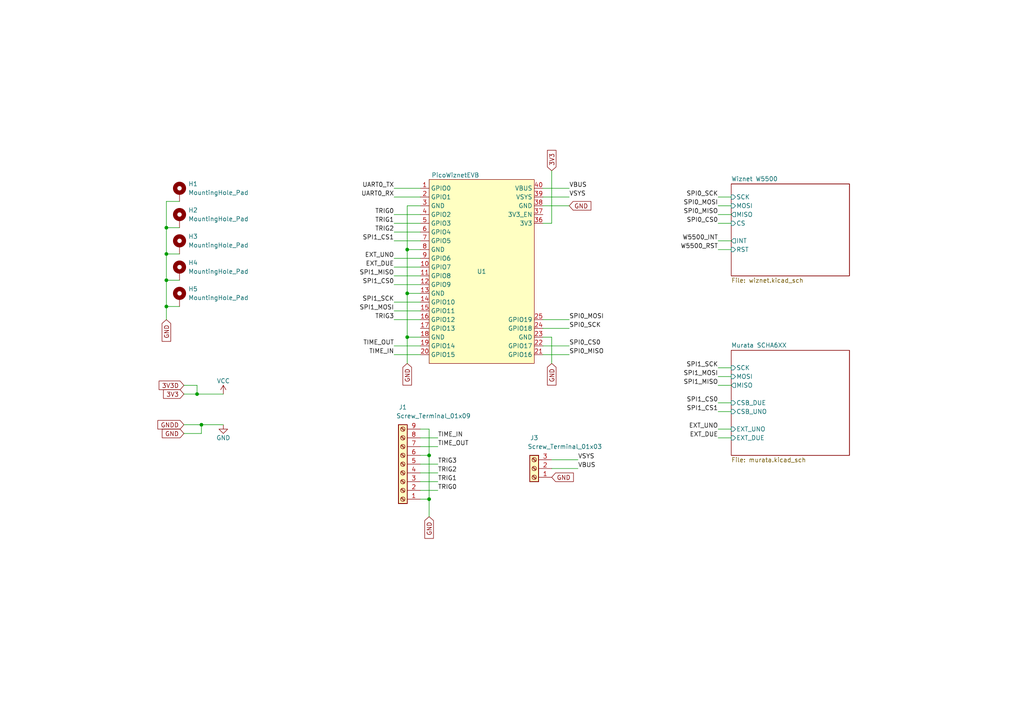
<source format=kicad_sch>
(kicad_sch (version 20211123) (generator eeschema)
  (paper "A4")
  (title_block (title "Pico Extension 1.2") (date "2022-06-27") (rev "A") (company "Tampere University") (comment 1 "Christian Kaarre"))
  (lib_symbols
    (symbol "Connector:Screw_Terminal_01x03" (pin_names (offset 1.016) hide)
      (property "Reference" "J" (at 0 5.08 0))
      (property "Value" "Screw_Terminal_01x03" (at 0 -5.08 0))
      (symbol "Screw_Terminal_01x03_1_1"
        (rectangle (start -1.27 3.81) (end 1.27 -3.81) (stroke (width 0.254)) (fill (type background)))
        (circle (center 0 -2.54) (radius 0.635) (stroke (width 0.1524)))
        (polyline (pts (xy -0.5334 -2.2098) (xy 0.3302 -3.048)) (stroke (width 0.1524)))
        (polyline (pts (xy -0.5334 0.3302) (xy 0.3302 -0.508)) (stroke (width 0.1524)))
        (polyline (pts (xy -0.5334 2.8702) (xy 0.3302 2.032)) (stroke (width 0.1524)))
        (polyline (pts (xy -0.3556 -2.032) (xy 0.508 -2.8702)) (stroke (width 0.1524)))
        (polyline (pts (xy -0.3556 0.508) (xy 0.508 -0.3302)) (stroke (width 0.1524)))
        (polyline (pts (xy -0.3556 3.048) (xy 0.508 2.2098)) (stroke (width 0.1524)))
        (circle (center 0 0) (radius 0.635) (stroke (width 0.1524)))
        (circle (center 0 2.54) (radius 0.635) (stroke (width 0.1524)))
        (pin passive line (at -5.08 2.54 0) (length 3.81) (name "Pin_1") (number "1"))
        (pin passive line (at -5.08 0 0) (length 3.81) (name "Pin_2") (number "2"))
        (pin passive line (at -5.08 -2.54 0) (length 3.81) (name "Pin_3") (number "3"))
      )
    )
    (symbol "Connector:Screw_Terminal_01x09" (pin_names (offset 1.016) hide)
      (property "Reference" "J" (at 0 12.7 0))
      (property "Value" "Screw_Terminal_01x09" (at 0 -12.7 0))
      (symbol "Screw_Terminal_01x09_1_1"
        (rectangle (start -1.27 11.43) (end 1.27 -11.43) (stroke (width 0.254)) (fill (type background)))
        (circle (center 0 -10.16) (radius 0.635) (stroke (width 0.1524)))
        (circle (center 0 -7.62) (radius 0.635) (stroke (width 0.1524)))
        (circle (center 0 -5.08) (radius 0.635) (stroke (width 0.1524)))
        (circle (center 0 -2.54) (radius 0.635) (stroke (width 0.1524)))
        (polyline (pts (xy -0.5334 -9.8298) (xy 0.3302 -10.668)) (stroke (width 0.1524)))
        (polyline (pts (xy -0.5334 -7.2898) (xy 0.3302 -8.128)) (stroke (width 0.1524)))
        (polyline (pts (xy -0.5334 -4.7498) (xy 0.3302 -5.588)) (stroke (width 0.1524)))
        (polyline (pts (xy -0.5334 -2.2098) (xy 0.3302 -3.048)) (stroke (width 0.1524)))
        (polyline (pts (xy -0.5334 0.3302) (xy 0.3302 -0.508)) (stroke (width 0.1524)))
        (polyline (pts (xy -0.5334 2.8702) (xy 0.3302 2.032)) (stroke (width 0.1524)))
        (polyline (pts (xy -0.5334 5.4102) (xy 0.3302 4.572)) (stroke (width 0.1524)))
        (polyline (pts (xy -0.5334 7.9502) (xy 0.3302 7.112)) (stroke (width 0.1524)))
        (polyline (pts (xy -0.5334 10.4902) (xy 0.3302 9.652)) (stroke (width 0.1524)))
        (polyline (pts (xy -0.3556 -9.652) (xy 0.508 -10.4902)) (stroke (width 0.1524)))
        (polyline (pts (xy -0.3556 -7.112) (xy 0.508 -7.9502)) (stroke (width 0.1524)))
        (polyline (pts (xy -0.3556 -4.572) (xy 0.508 -5.4102)) (stroke (width 0.1524)))
        (polyline (pts (xy -0.3556 -2.032) (xy 0.508 -2.8702)) (stroke (width 0.1524)))
        (polyline (pts (xy -0.3556 0.508) (xy 0.508 -0.3302)) (stroke (width 0.1524)))
        (polyline (pts (xy -0.3556 3.048) (xy 0.508 2.2098)) (stroke (width 0.1524)))
        (polyline (pts (xy -0.3556 5.588) (xy 0.508 4.7498)) (stroke (width 0.1524)))
        (polyline (pts (xy -0.3556 8.128) (xy 0.508 7.2898)) (stroke (width 0.1524)))
        (polyline (pts (xy -0.3556 10.668) (xy 0.508 9.8298)) (stroke (width 0.1524)))
        (circle (center 0 0) (radius 0.635) (stroke (width 0.1524)))
        (circle (center 0 2.54) (radius 0.635) (stroke (width 0.1524)))
        (circle (center 0 5.08) (radius 0.635) (stroke (width 0.1524)))
        (circle (center 0 7.62) (radius 0.635) (stroke (width 0.1524)))
        (circle (center 0 10.16) (radius 0.635) (stroke (width 0.1524)))
        (pin passive line (at -5.08 10.16 0) (length 3.81) (name "Pin_1") (number "1"))
        (pin passive line (at -5.08 7.62 0) (length 3.81) (name "Pin_2") (number "2"))
        (pin passive line (at -5.08 5.08 0) (length 3.81) (name "Pin_3") (number "3"))
        (pin passive line (at -5.08 2.54 0) (length 3.81) (name "Pin_4") (number "4"))
        (pin passive line (at -5.08 0 0) (length 3.81) (name "Pin_5") (number "5"))
        (pin passive line (at -5.08 -2.54 0) (length 3.81) (name "Pin_6") (number "6"))
        (pin passive line (at -5.08 -5.08 0) (length 3.81) (name "Pin_7") (number "7"))
        (pin passive line (at -5.08 -7.62 0) (length 3.81) (name "Pin_8") (number "8"))
        (pin passive line (at -5.08 -10.16 0) (length 3.81) (name "Pin_9") (number "9"))
      )
    )
    (symbol "Mechanical:MountingHole_Pad" (pin_numbers hide) (pin_names (offset 1.016) hide)
      (property "Reference" "H" (at 0 6.35 0))
      (property "Value" "MountingHole_Pad" (at 0 4.445 0))
      (symbol "MountingHole_Pad_0_1"
        (circle (center 0 1.27) (radius 1.27) (stroke (width 1.27)))
      )
      (symbol "MountingHole_Pad_1_1"
        (pin input line (at 0 -2.54 90) (length 2.54) (name "1") (number "1"))
      )
    )
    (symbol "power:GND" (power) (pin_names (offset 0))
      (property "Value" "GND" (at 0 -3.81 0))
      (symbol "GND_0_1"
        (polyline (pts (xy 0 0) (xy 0 -1.27) (xy 1.27 -1.27) (xy 0 -2.54) (xy -1.27 -1.27) (xy 0 -1.27)))
      )
      (symbol "GND_1_1"
        (pin power_in line (at 0 0 270) (length 0) hide (name "GND") (number "1"))
      )
    )
    (symbol "power:VCC" (power) (pin_names (offset 0))
      (property "Value" "VCC" (at 0 3.81 0))
      (symbol "VCC_0_1"
        (polyline (pts (xy -0.762 1.27) (xy 0 2.54)))
        (polyline (pts (xy 0 0) (xy 0 2.54)))
        (polyline (pts (xy 0 2.54) (xy 0.762 1.27)))
      )
      (symbol "VCC_1_1"
        (pin power_in line (at 0 0 90) (length 0) hide (name "VCC") (number "1"))
      )
    )
    (symbol "w5500-pico-evb:PicoWiznetEVB"
      (property "Reference" "U" (at -13.97 27.94 0))
      (property "Value" "PicoWiznetEVB" (at 0 19.05 0))
      (symbol "PicoWiznetEVB_0_1"
        (rectangle (start -15.24 26.67) (end 15.24 -26.67) (fill (type background)))
      )
      (symbol "PicoWiznetEVB_1_1"
        (pin bidirectional line (at -17.78 24.13 0) (length 2.54) (name "GPIO0") (number "1"))
        (pin bidirectional line (at -17.78 1.27 0) (length 2.54) (name "GPIO7") (number "10"))
        (pin bidirectional line (at -17.78 -1.27 0) (length 2.54) (name "GPIO8") (number "11"))
        (pin bidirectional line (at -17.78 -3.81 0) (length 2.54) (name "GPIO9") (number "12"))
        (pin power_in line (at -17.78 -6.35 0) (length 2.54) (name "GND") (number "13"))
        (pin bidirectional line (at -17.78 -8.89 0) (length 2.54) (name "GPIO10") (number "14"))
        (pin bidirectional line (at -17.78 -11.43 0) (length 2.54) (name "GPIO11") (number "15"))
        (pin bidirectional line (at -17.78 -13.97 0) (length 2.54) (name "GPIO12") (number "16"))
        (pin bidirectional line (at -17.78 -16.51 0) (length 2.54) (name "GPIO13") (number "17"))
        (pin power_in line (at -17.78 -19.05 0) (length 2.54) (name "GND") (number "18"))
        (pin bidirectional line (at -17.78 -21.59 0) (length 2.54) (name "GPIO14") (number "19"))
        (pin bidirectional line (at -17.78 21.59 0) (length 2.54) (name "GPIO1") (number "2"))
        (pin bidirectional line (at -17.78 -24.13 0) (length 2.54) (name "GPIO15") (number "20"))
        (pin bidirectional line (at 17.78 -24.13 180) (length 2.54) (name "GPIO16") (number "21"))
        (pin bidirectional line (at 17.78 -21.59 180) (length 2.54) (name "GPIO17") (number "22"))
        (pin power_in line (at 17.78 -19.05 180) (length 2.54) (name "GND") (number "23"))
        (pin bidirectional line (at 17.78 -16.51 180) (length 2.54) (name "GPIO18") (number "24"))
        (pin bidirectional line (at 17.78 -13.97 180) (length 2.54) (name "GPIO19") (number "25"))
        (pin power_in line (at -17.78 19.05 0) (length 2.54) (name "GND") (number "3"))
        (pin power_in line (at 17.78 13.97 180) (length 2.54) (name "3V3") (number "36"))
        (pin input line (at 17.78 16.51 180) (length 2.54) (name "3V3_EN") (number "37"))
        (pin bidirectional line (at 17.78 19.05 180) (length 2.54) (name "GND") (number "38"))
        (pin power_in line (at 17.78 21.59 180) (length 2.54) (name "VSYS") (number "39"))
        (pin bidirectional line (at -17.78 16.51 0) (length 2.54) (name "GPIO2") (number "4"))
        (pin power_in line (at 17.78 24.13 180) (length 2.54) (name "VBUS") (number "40"))
        (pin bidirectional line (at -17.78 13.97 0) (length 2.54) (name "GPIO3") (number "5"))
        (pin bidirectional line (at -17.78 11.43 0) (length 2.54) (name "GPIO4") (number "6"))
        (pin bidirectional line (at -17.78 8.89 0) (length 2.54) (name "GPIO5") (number "7"))
        (pin power_in line (at -17.78 6.35 0) (length 2.54) (name "GND") (number "8"))
        (pin bidirectional line (at -17.78 3.81 0) (length 2.54) (name "GPIO6") (number "9"))
      )
    )
  )
  (junction (at 124.46 144.78))
  (junction (at 48.26 81.28))
  (junction (at 118.11 97.79))
  (junction (at 118.11 72.39))
  (junction (at 124.46 132.08))
  (junction (at 48.26 66.04))
  (junction (at 57.15 114.3))
  (junction (at 48.26 88.9))
  (junction (at 58.42 123.19))
  (junction (at 48.26 73.66))
  (junction (at 118.11 85.09))
  (wire (pts (xy 114.3 64.77) (xy 121.92 64.77)))
  (wire (pts (xy 208.28 57.15) (xy 212.09 57.15)))
  (wire (pts (xy 208.28 69.85) (xy 212.09 69.85)))
  (wire (pts (xy 208.28 116.84) (xy 212.09 116.84)))
  (wire (pts (xy 57.15 114.3) (xy 64.77 114.3)))
  (wire (pts (xy 58.42 123.19) (xy 64.77 123.19)))
  (wire (pts (xy 52.07 58.42) (xy 48.26 58.42)))
  (wire (pts (xy 53.34 114.3) (xy 57.15 114.3)))
  (wire (pts (xy 48.26 88.9) (xy 52.07 88.9)))
  (wire (pts (xy 121.92 87.63) (xy 114.3 87.63)))
  (wire (pts (xy 124.46 132.08) (xy 124.46 144.78)))
  (wire (pts (xy 53.34 111.76) (xy 57.15 111.76)))
  (wire (pts (xy 121.92 134.62) (xy 127 134.62)))
  (wire (pts (xy 160.02 64.77) (xy 160.02 49.53)))
  (wire (pts (xy 48.26 81.28) (xy 52.07 81.28)))
  (wire (pts (xy 114.3 74.93) (xy 121.92 74.93)))
  (wire (pts (xy 53.34 123.19) (xy 58.42 123.19)))
  (wire (pts (xy 121.92 127) (xy 127 127)))
  (wire (pts (xy 208.28 119.38) (xy 212.09 119.38)))
  (wire (pts (xy 114.3 54.61) (xy 121.92 54.61)))
  (wire (pts (xy 48.26 58.42) (xy 48.26 66.04)))
  (wire (pts (xy 114.3 69.85) (xy 121.92 69.85)))
  (wire (pts (xy 160.02 133.35) (xy 167.64 133.35)))
  (wire (pts (xy 118.11 97.79) (xy 118.11 105.41)))
  (wire (pts (xy 160.02 97.79) (xy 160.02 105.41)))
  (wire (pts (xy 114.3 62.23) (xy 121.92 62.23)))
  (wire (pts (xy 114.3 77.47) (xy 121.92 77.47)))
  (wire (pts (xy 208.28 62.23) (xy 212.09 62.23)))
  (wire (pts (xy 121.92 124.46) (xy 124.46 124.46)))
  (wire (pts (xy 118.11 85.09) (xy 121.92 85.09)))
  (wire (pts (xy 208.28 109.22) (xy 212.09 109.22)))
  (wire (pts (xy 53.34 125.73) (xy 58.42 125.73)))
  (wire (pts (xy 165.1 59.69) (xy 157.48 59.69)))
  (wire (pts (xy 48.26 66.04) (xy 48.26 73.66)))
  (wire (pts (xy 157.48 92.71) (xy 165.1 92.71)))
  (wire (pts (xy 208.28 106.68) (xy 212.09 106.68)))
  (wire (pts (xy 48.26 66.04) (xy 52.07 66.04)))
  (wire (pts (xy 121.92 129.54) (xy 127 129.54)))
  (wire (pts (xy 57.15 111.76) (xy 57.15 114.3)))
  (wire (pts (xy 118.11 85.09) (xy 118.11 97.79)))
  (wire (pts (xy 114.3 80.01) (xy 121.92 80.01)))
  (wire (pts (xy 118.11 59.69) (xy 118.11 72.39)))
  (wire (pts (xy 157.48 54.61) (xy 165.1 54.61)))
  (wire (pts (xy 114.3 57.15) (xy 121.92 57.15)))
  (wire (pts (xy 118.11 72.39) (xy 118.11 85.09)))
  (wire (pts (xy 118.11 97.79) (xy 121.92 97.79)))
  (wire (pts (xy 121.92 137.16) (xy 127 137.16)))
  (wire (pts (xy 208.28 127) (xy 212.09 127)))
  (wire (pts (xy 127 139.7) (xy 121.92 139.7)))
  (wire (pts (xy 114.3 82.55) (xy 121.92 82.55)))
  (wire (pts (xy 48.26 73.66) (xy 48.26 81.28)))
  (wire (pts (xy 124.46 124.46) (xy 124.46 132.08)))
  (wire (pts (xy 157.48 57.15) (xy 165.1 57.15)))
  (wire (pts (xy 114.3 102.87) (xy 121.92 102.87)))
  (wire (pts (xy 208.28 64.77) (xy 212.09 64.77)))
  (wire (pts (xy 58.42 125.73) (xy 58.42 123.19)))
  (wire (pts (xy 127 142.24) (xy 121.92 142.24)))
  (wire (pts (xy 157.48 102.87) (xy 165.1 102.87)))
  (wire (pts (xy 208.28 59.69) (xy 212.09 59.69)))
  (wire (pts (xy 160.02 135.89) (xy 167.64 135.89)))
  (wire (pts (xy 208.28 124.46) (xy 212.09 124.46)))
  (wire (pts (xy 114.3 90.17) (xy 121.92 90.17)))
  (wire (pts (xy 114.3 67.31) (xy 121.92 67.31)))
  (wire (pts (xy 121.92 132.08) (xy 124.46 132.08)))
  (wire (pts (xy 48.26 81.28) (xy 48.26 88.9)))
  (wire (pts (xy 208.28 72.39) (xy 212.09 72.39)))
  (wire (pts (xy 157.48 95.25) (xy 165.1 95.25)))
  (wire (pts (xy 157.48 64.77) (xy 160.02 64.77)))
  (wire (pts (xy 48.26 88.9) (xy 48.26 92.71)))
  (wire (pts (xy 157.48 97.79) (xy 160.02 97.79)))
  (wire (pts (xy 114.3 100.33) (xy 121.92 100.33)))
  (wire (pts (xy 118.11 72.39) (xy 121.92 72.39)))
  (wire (pts (xy 121.92 144.78) (xy 124.46 144.78)))
  (wire (pts (xy 208.28 111.76) (xy 212.09 111.76)))
  (wire (pts (xy 157.48 100.33) (xy 165.1 100.33)))
  (wire (pts (xy 114.3 92.71) (xy 121.92 92.71)))
  (wire (pts (xy 121.92 59.69) (xy 118.11 59.69)))
  (wire (pts (xy 48.26 73.66) (xy 52.07 73.66)))
  (wire (pts (xy 124.46 144.78) (xy 124.46 149.86)))
  (label "VSYS" (at 167.64 133.35 0))
  (label "EXT_UNO" (at 114.3 74.93 180))
  (label "TIME_IN" (at 127 127 0))
  (label "TRIG2" (at 127 137.16 0))
  (label "SPI1_MOSI" (at 208.28 109.22 180))
  (label "SPI0_SCK" (at 208.28 57.15 180))
  (label "W5500_RST" (at 208.28 72.39 180))
  (label "TIME_OUT" (at 127 129.54 0))
  (label "SPI1_CS1" (at 114.3 69.85 180))
  (label "TRIG3" (at 127 134.62 0))
  (label "SPI0_CS0" (at 208.28 64.77 180))
  (label "SPI1_CS0" (at 114.3 82.55 180))
  (label "VBUS" (at 167.64 135.89 0))
  (label "TRIG3" (at 114.3 92.71 180))
  (label "SPI1_CS1" (at 208.28 119.38 180))
  (label "SPI0_CS0" (at 165.1 100.33 0))
  (label "TIME_IN" (at 114.3 102.87 180))
  (label "EXT_UNO" (at 208.28 124.46 180))
  (label "TRIG1" (at 127 139.7 0))
  (label "UART0_TX" (at 114.3 54.61 180))
  (label "SPI1_MISO" (at 114.3 80.01 180))
  (label "UART0_RX" (at 114.3 57.15 180))
  (label "SPI1_MOSI" (at 114.3 90.17 180))
  (label "SPI1_SCK" (at 208.28 106.68 180))
  (label "SPI0_MOSI" (at 165.1 92.71 0))
  (label "SPI0_MISO" (at 165.1 102.87 0))
  (label "EXT_DUE" (at 208.28 127 180))
  (label "TRIG1" (at 114.3 64.77 180))
  (label "SPI1_CS0" (at 208.28 116.84 180))
  (label "TRIG0" (at 127 142.24 0))
  (label "W5500_INT" (at 208.28 69.85 180))
  (label "SPI1_MISO" (at 208.28 111.76 180))
  (label "EXT_DUE" (at 114.3 77.47 180))
  (label "TRIG2" (at 114.3 67.31 180))
  (label "SPI0_MISO" (at 208.28 62.23 180))
  (label "VBUS" (at 165.1 54.61 0))
  (label "TRIG0" (at 114.3 62.23 180))
  (label "SPI1_SCK" (at 114.3 87.63 180))
  (label "SPI0_MOSI" (at 208.28 59.69 180))
  (label "VSYS" (at 165.1 57.15 0))
  (label "TIME_OUT" (at 114.3 100.33 180))
  (label "SPI0_SCK" (at 165.1 95.25 0))
  (global_label "GNDD" (shape input) (at 53.34 123.19 180) (property "Intersheet References" "${INTERSHEET_REFS}" (effects hide)))
  (global_label "3V3" (shape input) (at 160.02 49.53 90) (property "Intersheet References" "${INTERSHEET_REFS}" (effects hide)))
  (global_label "GND" (shape input) (at 124.46 149.86 270) (property "Intersheet References" "${INTERSHEET_REFS}" (effects hide)))
  (global_label "3V3" (shape input) (at 53.34 114.3 180) (property "Intersheet References" "${INTERSHEET_REFS}" (effects hide)))
  (global_label "GND" (shape input) (at 48.26 92.71 270) (property "Intersheet References" "${INTERSHEET_REFS}" (effects hide)))
  (global_label "GND" (shape input) (at 118.11 105.41 270) (property "Intersheet References" "${INTERSHEET_REFS}" (effects hide)))
  (global_label "GND" (shape input) (at 160.02 138.43 0) (property "Intersheet References" "${INTERSHEET_REFS}" (effects hide)))
  (global_label "GND" (shape input) (at 160.02 105.41 270) (property "Intersheet References" "${INTERSHEET_REFS}" (effects hide)))
  (global_label "3V3D" (shape input) (at 53.34 111.76 180) (property "Intersheet References" "${INTERSHEET_REFS}" (effects hide)))
  (global_label "GND" (shape input) (at 165.1 59.69 0) (property "Intersheet References" "${INTERSHEET_REFS}" (effects hide)))
  (global_label "GND" (shape input) (at 53.34 125.73 180) (property "Intersheet References" "${INTERSHEET_REFS}" (effects hide)))
  (symbol (lib_id "power:VCC") (at 64.77 114.3 0) (unit 1)
    (property "Reference" "#PWR01" (effects hide))
    (property "Value" "VCC" (at 64.77 110.49 0))
  )
  (symbol (lib_id "Connector:Screw_Terminal_01x03") (at 154.94 135.89 180) (unit 1)
    (property "Reference" "J3" (at 154.94 127 0))
    (property "Value" "Screw_Terminal_01x03" (at 163.83 129.54 0))
    (property "Footprint" "TerminalBlock_RND:TerminalBlock_RND_205-00288_1x03_P5.08mm_Horizontal" (effects hide))
  )
  (symbol (lib_id "w5500-pico-evb:PicoWiznetEVB") (at 139.7 78.74 0) (unit 1)
    (property "Reference" "U1" (at 139.7 78.74 0))
    (property "Value" "PicoWiznetEVB" (at 132.08 50.8 0))
    (property "Footprint" "w5500-pico-evb:pico-w5500-evb-limited_pins" (effects hide))
  )
  (symbol (lib_id "Connector:Screw_Terminal_01x09") (at 116.84 134.62 180) (unit 1)
    (property "Reference" "J1" (at 116.84 118.11 0))
    (property "Value" "Screw_Terminal_01x09" (at 125.73 120.65 0))
    (property "Footprint" "TerminalBlock_RND:TerminalBlock_RND_205-00294_1x09_P5.08mm_Horizontal" (effects hide))
    (property "notes" "https://www.digikey.fi/en/products/detail/phoenix-contact/1715815/4452983" (effects hide))
  )
  (symbol (lib_id "Mechanical:MountingHole_Pad") (at 52.07 78.74 0) (unit 1) (in_bom no)
    (property "Reference" "H4" (at 54.61 76.1999 0) (effects (justify left)))
    (property "Value" "MountingHole_Pad" (at 54.61 78.7399 0) (effects (justify left)))
    (property "Footprint" "MountingHole:MountingHole_2.5mm_Pad_Via" (effects hide))
  )
  (symbol (lib_id "Mechanical:MountingHole_Pad") (at 52.07 55.88 0) (unit 1) (in_bom no)
    (property "Reference" "H1" (at 54.61 53.3399 0) (effects (justify left)))
    (property "Value" "MountingHole_Pad" (at 54.61 55.8799 0) (effects (justify left)))
    (property "Footprint" "MountingHole:MountingHole_2.5mm_Pad_Via" (effects hide))
  )
  (symbol (lib_id "Mechanical:MountingHole_Pad") (at 52.07 71.12 0) (unit 1) (in_bom no)
    (property "Reference" "H3" (at 54.61 68.5799 0) (effects (justify left)))
    (property "Value" "MountingHole_Pad" (at 54.61 71.1199 0) (effects (justify left)))
    (property "Footprint" "MountingHole:MountingHole_2.5mm_Pad_Via" (effects hide))
  )
  (symbol (lib_id "Mechanical:MountingHole_Pad") (at 52.07 63.5 0) (unit 1) (in_bom no)
    (property "Reference" "H2" (at 54.61 60.9599 0) (effects (justify left)))
    (property "Value" "MountingHole_Pad" (at 54.61 63.4999 0) (effects (justify left)))
    (property "Footprint" "MountingHole:MountingHole_2.5mm_Pad_Via" (effects hide))
  )
  (symbol (lib_id "Mechanical:MountingHole_Pad") (at 52.07 86.36 0) (unit 1) (in_bom no)
    (property "Reference" "H5" (at 54.61 83.8199 0) (effects (justify left)))
    (property "Value" "MountingHole_Pad" (at 54.61 86.3599 0) (effects (justify left)))
    (property "Footprint" "MountingHole:MountingHole_2.5mm_Pad_Via" (effects hide))
  )
  (symbol (lib_id "power:GND") (at 64.77 123.19 0) (unit 1)
    (property "Reference" "#PWR02" (effects hide))
    (property "Value" "GND" (at 64.77 127 0))
  )
  (sheet (at 212.09 53.34) (size 34.29 26.67) (stroke (width 0.1524))
    (property "Sheet name" "Wiznet W5500" (at 212.09 52.6284 0) (effects (justify left bottom)))
    (property "Sheet file" "wiznet.kicad_sch" (at 212.09 80.5946 0) (effects (justify left top)))
    (pin "MISO" output (at 212.09 62.23 180))
    (pin "MOSI" input (at 212.09 59.69 180))
    (pin "SCK" input (at 212.09 57.15 180))
    (pin "INT" output (at 212.09 69.85 180))
    (pin "RST" input (at 212.09 72.39 180))
    (pin "CS" input (at 212.09 64.77 180))
  )
  (sheet (at 212.09 101.6) (size 34.29 30.48) (stroke (width 0.1524))
    (property "Sheet name" "Murata SCHA6XX" (at 212.09 100.8884 0) (effects (justify left bottom)))
    (property "Sheet file" "murata.kicad_sch" (at 212.09 132.6646 0) (effects (justify left top)))
    (pin "MISO" output (at 212.09 111.76 180))
    (pin "MOSI" input (at 212.09 109.22 180))
    (pin "SCK" input (at 212.09 106.68 180))
    (pin "CSB_DUE" input (at 212.09 116.84 180))
    (pin "CSB_UNO" input (at 212.09 119.38 180))
    (pin "EXT_UNO" input (at 212.09 124.46 180))
    (pin "EXT_DUE" input (at 212.09 127 180))
  )
)
</source>
